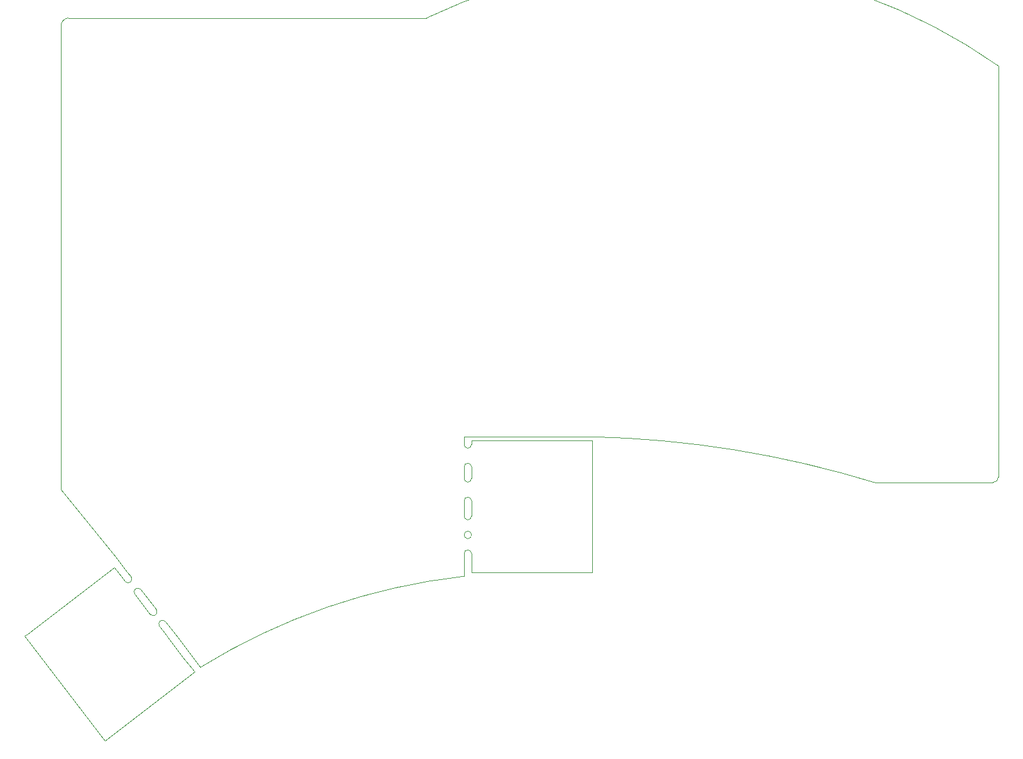
<source format=gbr>
%TF.GenerationSoftware,KiCad,Pcbnew,(5.99.0-11550-g369d813a32)*%
%TF.CreationDate,2021-07-28T19:42:57+05:30*%
%TF.ProjectId,Pteron36v0,50746572-6f6e-4333-9676-302e6b696361,rev?*%
%TF.SameCoordinates,Original*%
%TF.FileFunction,Profile,NP*%
%FSLAX46Y46*%
G04 Gerber Fmt 4.6, Leading zero omitted, Abs format (unit mm)*
G04 Created by KiCad (PCBNEW (5.99.0-11550-g369d813a32)) date 2021-07-28 19:42:57*
%MOMM*%
%LPD*%
G01*
G04 APERTURE LIST*
%TA.AperFunction,Profile*%
%ADD10C,0.050000*%
%TD*%
G04 APERTURE END LIST*
D10*
X121739200Y-137406633D02*
X123821152Y-140127097D01*
X122545248Y-136788133D02*
X124627198Y-139508595D01*
X221492391Y-122374143D02*
X237412768Y-122374143D01*
X238174768Y-66240143D02*
X238174768Y-121612145D01*
X121747770Y-59763143D02*
X134347770Y-59763143D01*
X112747768Y-59763143D02*
X121747770Y-59763143D01*
X238174768Y-121612143D02*
G75*
G02*
X237412768Y-122374143I-762000J0D01*
G01*
X119883695Y-134988492D02*
X120419392Y-135693839D01*
X167136392Y-121796300D02*
G75*
G02*
X166120390Y-121796300I-508001J0D01*
G01*
X167136391Y-116716300D02*
X167136390Y-117224300D01*
X129039513Y-145251625D02*
X130585767Y-147266743D01*
X167136389Y-117224298D02*
G75*
G02*
X166120391Y-117224300I-507999J-1D01*
G01*
X127493259Y-143236508D02*
X129039513Y-145251625D01*
X166120389Y-120272299D02*
G75*
G02*
X167136391Y-120272299I508001J0D01*
G01*
X183392391Y-134496300D02*
X167136391Y-134496300D01*
X161084390Y-59763144D02*
G75*
G02*
X238174768Y-66240143I33013851J-69073457D01*
G01*
X126256256Y-141624414D02*
X127493259Y-143236508D01*
X166120391Y-120272300D02*
X166120390Y-121796300D01*
X117689016Y-157162768D02*
X129779720Y-147885244D01*
X125864202Y-141120689D02*
X126256256Y-141624414D01*
X125058154Y-141739191D02*
G75*
G02*
X125864202Y-141120689I403024J309251D01*
G01*
X166120391Y-129416298D02*
G75*
G02*
X167136391Y-129416300I508000J-1D01*
G01*
X119143488Y-132354873D02*
X111764391Y-123320299D01*
X183392390Y-116716299D02*
X183392391Y-134496300D01*
X166120391Y-131956300D02*
G75*
G02*
X167136391Y-131956300I508000J0D01*
G01*
X166120391Y-129416298D02*
G75*
G03*
X167136391Y-129416300I508000J-1D01*
G01*
X128233466Y-145870127D02*
X126687212Y-143855009D01*
X126687212Y-143855009D02*
X125450210Y-142242916D01*
X123821152Y-140127097D02*
G75*
G03*
X124627198Y-139508595I403023J309251D01*
G01*
X130585767Y-147266743D02*
G75*
G02*
X166120390Y-135004300I45054026J-72941369D01*
G01*
X121225439Y-135075337D02*
X120689742Y-134369991D01*
X167136391Y-126876300D02*
G75*
G02*
X166120391Y-126876300I-508000J0D01*
G01*
X167136391Y-120272299D02*
X167136391Y-121796300D01*
X120689742Y-134369991D02*
X119143488Y-132354873D01*
X118955942Y-133779422D02*
X107268261Y-142747696D01*
X167136391Y-124844300D02*
X167136391Y-126876300D01*
X183392390Y-116716299D02*
X167136391Y-116716300D01*
X166120391Y-131956300D02*
X166120390Y-135004300D01*
X122545248Y-136788133D02*
G75*
G03*
X121739200Y-137406633I-403024J-309250D01*
G01*
X125058155Y-141739191D02*
X125450210Y-142242916D01*
X107268261Y-142747696D02*
X106865237Y-143056946D01*
X166120390Y-124844300D02*
X166120391Y-126876300D01*
X183392391Y-116208300D02*
G75*
G02*
X221492391Y-122374143I-3233533J-140777408D01*
G01*
X111764391Y-60836301D02*
G75*
G02*
X112747768Y-59763143I1140393J-57855D01*
G01*
X111764391Y-123320299D02*
X111764391Y-60836299D01*
X106865237Y-143056946D02*
X117689016Y-157162768D01*
X161084390Y-59763143D02*
X134347770Y-59763143D01*
X166120391Y-116208300D02*
X183392391Y-116208300D01*
X120419393Y-135693839D02*
G75*
G03*
X121225439Y-135075337I403023J309251D01*
G01*
X129779720Y-147885244D02*
X128233466Y-145870127D01*
X167136391Y-134496300D02*
X167136391Y-131956300D01*
X119883695Y-134988492D02*
X118955942Y-133779422D01*
X166120391Y-117224300D02*
X166120391Y-116208300D01*
X166120391Y-124844300D02*
G75*
G02*
X167136391Y-124844300I508000J0D01*
G01*
M02*

</source>
